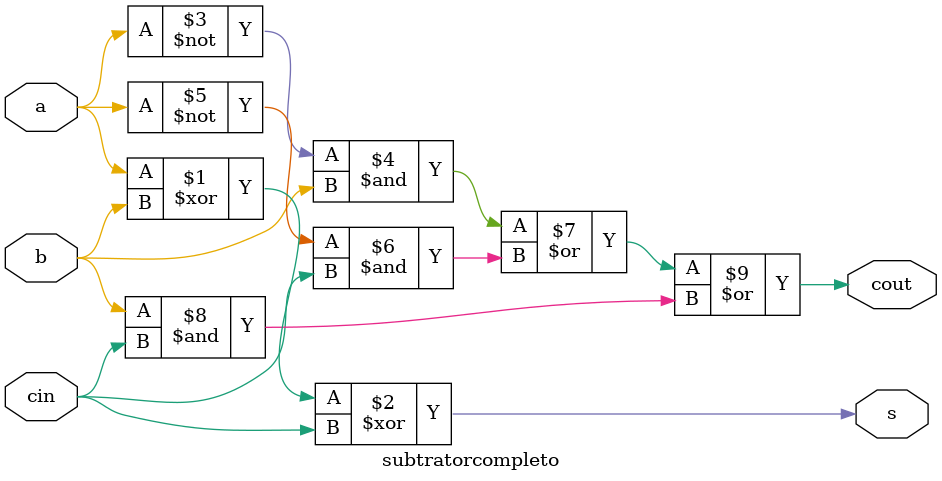
<source format=v>
module subtratorcompleto (a, b, cin, s, cout);
input a, b, cin;
output s, cout;

assign s = (a ^ b) ^ cin;
assign cout = (~a & b) | (~a & cin) | (b & cin);
endmodule
</source>
